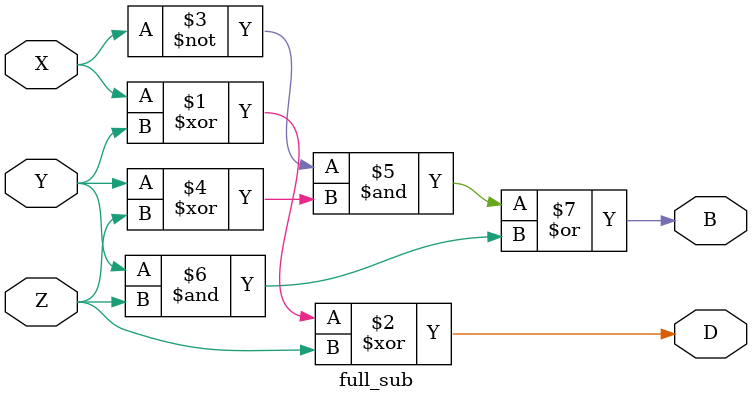
<source format=v>

module full_sub(output D, B, input X, Y, Z);
assign D = X ^ Y ^ Z;
assign B = ~X & (Y^Z) | Y & Z;
endmodule
</source>
